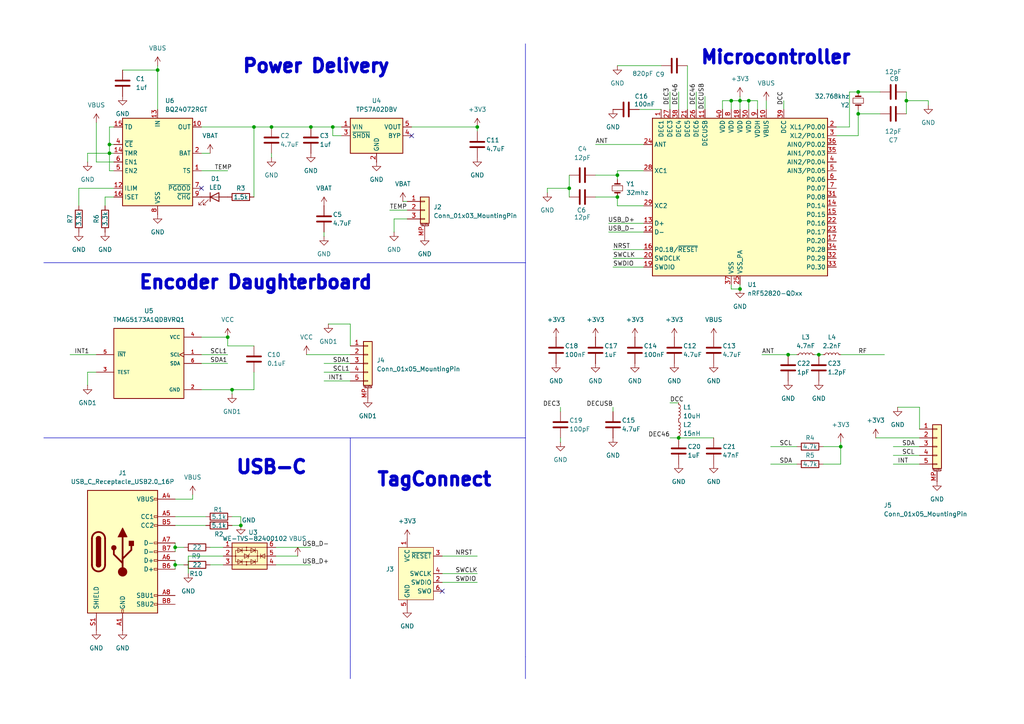
<source format=kicad_sch>
(kicad_sch (version 20250114) (generator "eeschema") (generator_version "9.0")
  (paper "A4")
  (text "Power Delivery" (at 91.694 19.304 0) (effects (font (size 3.81 3.81) (thickness 1.016) (bold yes))))
  (text "TagConnect\n" (at 125.984 139.192 0) (effects (font (size 3.81 3.81) (thickness 1.016) (bold yes))))
  (text "Microcontroller" (at 225.044 16.764 0) (effects (font (size 3.81 3.81) (thickness 1.016) (bold yes))))
  (text "USB-C" (at 78.74 135.636 0) (effects (font (size 3.81 3.81) (thickness 1.016) (bold yes))))
  (text "Encoder Daughterboard\n" (at 74.168 82.042 0) (effects (font (size 3.81 3.81) (thickness 1.016) (bold yes))))
  (junction (at 96.52 36.83))
  (junction (at 50.8 158.75))
  (junction (at 217.17 29.21))
  (junction (at 248.92 33.02))
  (junction (at 78.74 36.83))
  (junction (at 179.07 50.8))
  (junction (at 179.07 57.15))
  (junction (at 228.6 102.87))
  (junction (at 262.89 29.21))
  (junction (at 214.63 83.82))
  (junction (at 31.75 41.91))
  (junction (at 50.8 163.83))
  (junction (at 248.92 26.67))
  (junction (at 212.09 29.21))
  (junction (at 243.84 129.54))
  (junction (at 45.72 20.32))
  (junction (at 31.75 44.45))
  (junction (at 66.04 97.79))
  (junction (at 67.31 113.03))
  (junction (at 196.85 127))
  (junction (at 214.63 29.21))
  (junction (at 165.1 54.61))
  (junction (at 73.66 36.83))
  (junction (at 237.49 102.87))
  (junction (at 138.43 36.83))
  (junction (at 69.85 152.4))
  (junction (at 90.17 36.83))
  (no_connect (at 58.42 54.61))
  (no_connect (at 119.38 39.37))
  (no_connect (at 128.27 171.45))
  (wire (pts (xy 73.66 113.03) (xy 67.31 113.03)))
  (wire (pts (xy 266.7 118.11) (xy 260.35 118.11)))
  (wire (pts (xy 33.02 41.91) (xy 31.75 41.91)))
  (wire (pts (xy 177.8 77.47) (xy 186.69 77.47)))
  (wire (pts (xy 96.52 36.83) (xy 99.06 36.83)))
  (wire (pts (xy 58.42 105.41) (xy 66.04 105.41)))
  (wire (pts (xy 50.8 149.86) (xy 59.69 149.86)))
  (wire (pts (xy 248.92 33.02) (xy 255.27 33.02)))
  (wire (pts (xy 212.09 29.21) (xy 212.09 31.75)))
  (wire (pts (xy 138.43 38.1) (xy 138.43 36.83)))
  (wire (pts (xy 259.08 129.54) (xy 266.7 129.54)))
  (wire (pts (xy 238.76 134.62) (xy 243.84 134.62)))
  (wire (pts (xy 185.42 31.75) (xy 191.77 31.75)))
  (wire (pts (xy 201.93 26.67) (xy 201.93 31.75)))
  (wire (pts (xy 176.53 64.77) (xy 186.69 64.77)))
  (wire (pts (xy 99.06 39.37) (xy 96.52 39.37)))
  (wire (pts (xy 69.85 149.86) (xy 69.85 152.4)))
  (wire (pts (xy 73.66 57.15) (xy 73.66 36.83)))
  (wire (pts (xy 50.8 163.83) (xy 50.8 165.1)))
  (wire (pts (xy 177.8 119.38) (xy 177.8 118.11)))
  (wire (pts (xy 186.69 59.69) (xy 179.07 59.69)))
  (wire (pts (xy 179.07 52.07) (xy 179.07 50.8)))
  (polyline (pts (xy 152.4 127) (xy 152.4 76.2)))
  (wire (pts (xy 119.38 36.83) (xy 138.43 36.83)))
  (wire (pts (xy 50.8 162.56) (xy 50.8 163.83)))
  (wire (pts (xy 50.8 158.75) (xy 50.8 160.02)))
  (wire (pts (xy 231.14 102.87) (xy 228.6 102.87)))
  (wire (pts (xy 78.74 36.83) (xy 90.17 36.83)))
  (wire (pts (xy 248.92 31.75) (xy 248.92 33.02)))
  (wire (pts (xy 20.32 102.87) (xy 27.94 102.87)))
  (wire (pts (xy 33.02 57.15) (xy 30.48 57.15)))
  (wire (pts (xy 58.42 113.03) (xy 67.31 113.03)))
  (wire (pts (xy 243.84 102.87) (xy 256.54 102.87)))
  (polyline (pts (xy 101.6 190.5) (xy 101.6 127)))
  (wire (pts (xy 93.98 67.31) (xy 93.98 68.58)))
  (wire (pts (xy 269.24 30.48) (xy 269.24 29.21)))
  (wire (pts (xy 248.92 39.37) (xy 242.57 39.37)))
  (wire (pts (xy 50.8 152.4) (xy 59.69 152.4)))
  (wire (pts (xy 243.84 129.54) (xy 238.76 129.54)))
  (wire (pts (xy 217.17 31.75) (xy 217.17 29.21)))
  (wire (pts (xy 227.33 29.21) (xy 227.33 31.75)))
  (wire (pts (xy 73.66 107.95) (xy 73.66 113.03)))
  (wire (pts (xy 31.75 44.45) (xy 31.75 49.53)))
  (wire (pts (xy 219.71 31.75) (xy 219.71 29.21)))
  (wire (pts (xy 96.52 39.37) (xy 96.52 36.83)))
  (wire (pts (xy 58.42 36.83) (xy 73.66 36.83)))
  (wire (pts (xy 93.98 110.49) (xy 101.6 110.49)))
  (wire (pts (xy 118.11 63.5) (xy 114.3 63.5)))
  (wire (pts (xy 93.98 107.95) (xy 101.6 107.95)))
  (wire (pts (xy 223.52 134.62) (xy 231.14 134.62)))
  (wire (pts (xy 67.31 152.4) (xy 69.85 152.4)))
  (wire (pts (xy 60.96 158.75) (xy 64.77 158.75)))
  (wire (pts (xy 162.56 118.11) (xy 162.56 119.38)))
  (wire (pts (xy 177.8 72.39) (xy 186.69 72.39)))
  (wire (pts (xy 60.96 163.83) (xy 64.77 163.83)))
  (wire (pts (xy 259.08 132.08) (xy 266.7 132.08)))
  (wire (pts (xy 64.77 161.29) (xy 54.61 161.29)))
  (wire (pts (xy 248.92 33.02) (xy 248.92 39.37)))
  (wire (pts (xy 33.02 54.61) (xy 22.86 54.61)))
  (wire (pts (xy 25.4 107.95) (xy 25.4 111.76)))
  (wire (pts (xy 31.75 41.91) (xy 31.75 44.45)))
  (wire (pts (xy 80.01 161.29) (xy 86.36 161.29)))
  (wire (pts (xy 33.02 36.83) (xy 31.75 36.83)))
  (wire (pts (xy 58.42 97.79) (xy 66.04 97.79)))
  (wire (pts (xy 217.17 29.21) (xy 214.63 29.21)))
  (wire (pts (xy 212.09 29.21) (xy 214.63 29.21)))
  (wire (pts (xy 25.4 44.45) (xy 31.75 44.45)))
  (wire (pts (xy 101.6 93.98) (xy 95.25 93.98)))
  (wire (pts (xy 214.63 27.94) (xy 214.63 29.21)))
  (wire (pts (xy 204.47 27.94) (xy 204.47 31.75)))
  (wire (pts (xy 214.63 83.82) (xy 214.63 82.55)))
  (wire (pts (xy 27.94 107.95) (xy 25.4 107.95)))
  (wire (pts (xy 179.07 49.53) (xy 179.07 50.8)))
  (polyline (pts (xy 101.6 127) (xy 152.4 127)))
  (wire (pts (xy 50.8 163.83) (xy 53.34 163.83)))
  (wire (pts (xy 165.1 54.61) (xy 165.1 57.15)))
  (wire (pts (xy 212.09 83.82) (xy 214.63 83.82)))
  (wire (pts (xy 33.02 44.45) (xy 31.75 44.45)))
  (wire (pts (xy 67.31 113.03) (xy 67.31 114.3)))
  (wire (pts (xy 243.84 134.62) (xy 243.84 129.54)))
  (wire (pts (xy 55.88 144.78) (xy 50.8 144.78)))
  (wire (pts (xy 22.86 54.61) (xy 22.86 59.69)))
  (wire (pts (xy 196.85 127) (xy 207.01 127)))
  (wire (pts (xy 179.07 57.15) (xy 179.07 59.69)))
  (wire (pts (xy 88.9 102.87) (xy 101.6 102.87)))
  (wire (pts (xy 54.61 161.29) (xy 54.61 166.37)))
  (wire (pts (xy 254 127) (xy 266.7 127)))
  (wire (pts (xy 262.89 29.21) (xy 262.89 26.67)))
  (wire (pts (xy 246.38 26.67) (xy 248.92 26.67)))
  (wire (pts (xy 27.94 46.99) (xy 27.94 35.56)))
  (wire (pts (xy 58.42 49.53) (xy 66.04 49.53)))
  (wire (pts (xy 209.55 29.21) (xy 209.55 31.75)))
  (wire (pts (xy 214.63 31.75) (xy 214.63 29.21)))
  (wire (pts (xy 162.56 127) (xy 162.56 128.27)))
  (wire (pts (xy 73.66 36.83) (xy 78.74 36.83)))
  (wire (pts (xy 223.52 129.54) (xy 231.14 129.54)))
  (wire (pts (xy 73.66 100.33) (xy 66.04 100.33)))
  (wire (pts (xy 212.09 82.55) (xy 212.09 83.82)))
  (wire (pts (xy 255.27 26.67) (xy 248.92 26.67)))
  (wire (pts (xy 196.85 26.67) (xy 196.85 31.75)))
  (wire (pts (xy 35.56 20.32) (xy 45.72 20.32)))
  (wire (pts (xy 158.75 55.88) (xy 158.75 54.61)))
  (polyline (pts (xy 12.7 127) (xy 101.6 127)))
  (wire (pts (xy 58.42 44.45) (xy 60.96 44.45)))
  (wire (pts (xy 269.24 29.21) (xy 262.89 29.21)))
  (wire (pts (xy 114.3 63.5) (xy 114.3 67.31)))
  (wire (pts (xy 31.75 36.83) (xy 31.75 41.91)))
  (wire (pts (xy 158.75 54.61) (xy 165.1 54.61)))
  (wire (pts (xy 101.6 100.33) (xy 101.6 93.98)))
  (wire (pts (xy 236.22 102.87) (xy 237.49 102.87)))
  (wire (pts (xy 58.42 102.87) (xy 66.04 102.87)))
  (wire (pts (xy 80.01 158.75) (xy 90.17 158.75)))
  (wire (pts (xy 172.72 41.91) (xy 186.69 41.91)))
  (wire (pts (xy 50.8 157.48) (xy 50.8 158.75)))
  (wire (pts (xy 67.31 149.86) (xy 69.85 149.86)))
  (wire (pts (xy 266.7 124.46) (xy 266.7 118.11)))
  (polyline (pts (xy 101.6 190.5) (xy 101.6 196.85)))
  (wire (pts (xy 222.25 29.21) (xy 222.25 31.75)))
  (wire (pts (xy 128.27 168.91) (xy 138.43 168.91)))
  (wire (pts (xy 55.88 143.51) (xy 55.88 144.78)))
  (wire (pts (xy 165.1 50.8) (xy 165.1 54.61)))
  (wire (pts (xy 179.07 50.8) (xy 172.72 50.8)))
  (wire (pts (xy 128.27 166.37) (xy 138.43 166.37)))
  (wire (pts (xy 259.08 134.62) (xy 266.7 134.62)))
  (wire (pts (xy 33.02 46.99) (xy 27.94 46.99)))
  (wire (pts (xy 90.17 36.83) (xy 96.52 36.83)))
  (wire (pts (xy 33.02 49.53) (xy 31.75 49.53)))
  (wire (pts (xy 262.89 33.02) (xy 262.89 29.21)))
  (wire (pts (xy 25.4 46.99) (xy 25.4 44.45)))
  (wire (pts (xy 243.84 128.27) (xy 243.84 129.54)))
  (wire (pts (xy 45.72 19.05) (xy 45.72 20.32)))
  (wire (pts (xy 30.48 57.15) (xy 30.48 59.69)))
  (wire (pts (xy 128.27 161.29) (xy 138.43 161.29)))
  (wire (pts (xy 186.69 49.53) (xy 179.07 49.53)))
  (wire (pts (xy 220.98 102.87) (xy 228.6 102.87)))
  (polyline (pts (xy 12.7 76.2) (xy 152.4 76.2)))
  (wire (pts (xy 246.38 36.83) (xy 246.38 26.67)))
  (wire (pts (xy 194.31 26.67) (xy 194.31 31.75)))
  (polyline (pts (xy 152.4 190.5) (xy 152.4 196.85)))
  (wire (pts (xy 116.84 58.42) (xy 118.11 58.42)))
  (wire (pts (xy 78.74 44.45) (xy 78.74 45.72)))
  (wire (pts (xy 194.31 116.84) (xy 196.85 116.84)))
  (wire (pts (xy 176.53 67.31) (xy 186.69 67.31)))
  (wire (pts (xy 45.72 20.32) (xy 45.72 31.75)))
  (wire (pts (xy 199.39 19.05) (xy 199.39 31.75)))
  (wire (pts (xy 237.49 102.87) (xy 238.76 102.87)))
  (wire (pts (xy 66.04 100.33) (xy 66.04 97.79)))
  (wire (pts (xy 93.98 105.41) (xy 101.6 105.41)))
  (wire (pts (xy 212.09 29.21) (xy 209.55 29.21)))
  (wire (pts (xy 194.31 127) (xy 196.85 127)))
  (polyline (pts (xy 152.4 127) (xy 152.4 190.5)))
  (polyline (pts (xy 152.4 12.7) (xy 152.4 76.2)))
  (wire (pts (xy 113.03 60.96) (xy 118.11 60.96)))
  (wire (pts (xy 172.72 57.15) (xy 179.07 57.15)))
  (wire (pts (xy 219.71 29.21) (xy 217.17 29.21)))
  (wire (pts (xy 177.8 74.93) (xy 186.69 74.93)))
  (wire (pts (xy 50.8 158.75) (xy 53.34 158.75)))
  (wire (pts (xy 80.01 163.83) (xy 90.17 163.83)))
  (wire (pts (xy 242.57 36.83) (xy 246.38 36.83)))
  (wire (pts (xy 179.07 19.05) (xy 191.77 19.05)))
  (label "DEC46" (at 196.85 30.48 90))
  (label "SDA1" (at 96.52 105.41 0))
  (label "SCL1" (at 96.52 107.95 0))
  (label "SWCLK" (at 177.8 74.93 0))
  (label "USB_D-" (at 184.15 67.31 180))
  (label "DEC46" (at 194.31 127 180))
  (label "ANT" (at 220.98 102.87 0))
  (label "SCL1" (at 60.96 102.87 0))
  (label "TEMP" (at 62.23 49.53 0))
  (label "DEC3" (at 194.31 30.48 90))
  (label "USB_D+" (at 184.15 64.77 180))
  (label "SCL" (at 226.06 129.54 0))
  (label "DCC" (at 194.31 116.84 0))
  (label "SWCLK" (at 132.08 166.37 0))
  (label "INT" (at 260.35 134.62 0))
  (label "DEC46" (at 201.93 30.48 90))
  (label "SWDIO" (at 132.08 168.91 0))
  (label "SWDIO" (at 177.8 77.47 0))
  (label "DCC" (at 227.33 30.48 90))
  (label "SCL" (at 261.62 132.08 0))
  (label "ANT" (at 172.72 41.91 0))
  (label "DECUSB" (at 177.8 118.11 180))
  (label "DECUSB" (at 204.47 31.75 90))
  (label "INT1" (at 21.59 102.87 0))
  (label "DEC3" (at 162.56 118.11 180))
  (label "SDA" (at 261.62 129.54 0))
  (label "TEMP" (at 113.03 60.96 0))
  (label "USB_D-" (at 87.63 158.75 0))
  (label "NRST" (at 132.08 161.29 0))
  (label "NRST" (at 177.8 72.39 0))
  (label "SDA" (at 226.06 134.62 0))
  (label "SDA1" (at 60.96 105.41 0))
  (label "USB_D+" (at 87.63 163.83 0))
  (label "INT1" (at 95.25 110.49 0))
  (label "RF" (at 248.92 102.87 0))
  (symbol (lib_id "power:GND") (at 195.58 105.41 0) (unit 1)
    (property "Reference" "#PWR043" (effects (hide yes)))
    (property "Value" "GND" (at 195.58 110.49 0))
    (property "Description" "Power symbol creates a global label with name \"GND\" , ground" (effects (hide yes)))
  )
  (symbol (lib_id "power:VBUS") (at 55.88 143.51 0) (unit 1)
    (property "Reference" "#PWR01" (effects (hide yes)))
    (property "Value" "VBUS" (at 55.88 138.43 0))
    (property "Description" "Power symbol creates a global label with name \"VBUS\"" (effects (hide yes)))
  )
  (symbol (lib_id "power:+3V3") (at 118.11 156.21 0) (unit 1)
    (property "Reference" "#PWR019" (effects (hide yes)))
    (property "Value" "+3V3" (at 118.11 151.13 0))
    (property "Description" "Power symbol creates a global label with name \"+3V3\"" (effects (hide yes)))
  )
  (symbol (lib_id "Device:C") (at 78.74 40.64 0) (unit 1)
    (property "Reference" "C2" (at 81.28 39.37 0) (effects (justify left)))
    (property "Value" "4.7uF" (at 81.28 41.91 0) (effects (justify left)))
    (property "Footprint" "Capacitor_SMD:C_0402_1005Metric" (effects (hide yes)))
    (property "Description" "Unpolarized capacitor" (effects (hide yes)))
  )
  (symbol (lib_id "power:GND") (at 161.29 105.41 0) (unit 1)
    (property "Reference" "#PWR054" (effects (hide yes)))
    (property "Value" "GND" (at 161.29 110.49 0))
    (property "Description" "Power symbol creates a global label with name \"GND\" , ground" (effects (hide yes)))
  )
  (symbol (lib_id "power:GND") (at 158.75 55.88 0) (unit 1)
    (property "Reference" "#PWR022" (effects (hide yes)))
    (property "Value" "GND" (at 158.75 60.96 0))
    (property "Description" "Power symbol creates a global label with name \"GND\" , ground" (effects (hide yes)))
  )
  (symbol (lib_id "power:VCC") (at 207.01 97.79 0) (unit 1)
    (property "Reference" "#PWR044" (effects (hide yes)))
    (property "Value" "VBUS" (at 207.01 92.71 0))
    (property "Description" "Power symbol creates a global label with name \"VCC\"" (effects (hide yes)))
  )
  (symbol (lib_id "Device:C") (at 195.58 101.6 0) (unit 1)
    (property "Reference" "C12" (at 198.12 100.33 0) (effects (justify left)))
    (property "Value" "4.7uF" (at 198.12 102.87 0) (effects (justify left)))
    (property "Footprint" "Capacitor_SMD:C_0402_1005Metric" (effects (hide yes)))
    (property "Description" "Unpolarized capacitor" (effects (hide yes)))
  )
  (symbol (lib_id "power:GND") (at 25.4 46.99 0) (unit 1)
    (property "Reference" "#PWR035" (effects (hide yes)))
    (property "Value" "GND" (at 25.4 52.07 0))
    (property "Description" "Power symbol creates a global label with name \"GND\" , ground" (effects (hide yes)))
  )
  (symbol (lib_id "power:+3V3") (at 214.63 27.94 0) (unit 1)
    (property "Reference" "#PWR041" (effects (hide yes)))
    (property "Value" "+3V3" (at 214.63 22.86 0))
    (property "Description" "Power symbol creates a global label with name \"+3V3\"" (effects (hide yes)))
  )
  (symbol (lib_id "power:GND") (at 123.19 68.58 0) (unit 1)
    (property "Reference" "#PWR05" (effects (hide yes)))
    (property "Value" "GND" (at 123.19 73.66 0))
    (property "Description" "Power symbol creates a global label with name \"GND\" , ground" (effects (hide yes)))
  )
  (symbol (lib_id "Device:C") (at 177.8 123.19 0) (unit 1)
    (property "Reference" "C15" (at 180.34 121.92 0) (effects (justify left)))
    (property "Value" "4.7uF" (at 180.34 124.46 0) (effects (justify left)))
    (property "Footprint" "Capacitor_SMD:C_0402_1005Metric" (effects (hide yes)))
    (property "Description" "Unpolarized capacitor" (effects (hide yes)))
  )
  (symbol (lib_id "Connector:Conn_ARM_SWD_TagConnect_TC2030-NL") (at 120.65 166.37 0) (unit 1) (in_bom no)
    (property "Reference" "J3" (at 114.3 165.0999 0) (effects (justify right)))
    (property "Value" "Conn_ARM_SWD_TagConnect_TC2030-NL" (effects (hide yes)))
    (property "Footprint" "Connector:Tag-Connect_TC2030-IDC-NL_2x03_P1.27mm_Vertical" (effects (hide yes)))
    (property "Datasheet" "https://www.tag-connect.com/wp-content/uploads/bsk-pdf-manager/TC2030-CTX_1.pdf" (effects (hide yes)))
    (property "Description" "Tag-Connect ARM Cortex SWD JTAG connector, 6 pin, no legs" (effects (hide yes)))
  )
  (symbol (lib_id "power:VCC") (at 45.72 19.05 0) (unit 1)
    (property "Reference" "#PWR06" (effects (hide yes)))
    (property "Value" "VBUS" (at 45.72 13.97 0))
    (property "Description" "Power symbol creates a global label with name \"VCC\"" (effects (hide yes)))
  )
  (symbol (lib_id "power:+3V3") (at 195.58 97.79 0) (unit 1)
    (property "Reference" "#PWR042" (effects (hide yes)))
    (property "Value" "+3V3" (at 195.58 92.71 0))
    (property "Description" "Power symbol creates a global label with name \"+3V3\"" (effects (hide yes)))
  )
  (symbol (lib_id "power:GND") (at 69.85 152.4 0) (unit 1)
    (property "Reference" "#PWR02" (effects (hide yes)))
    (property "Value" "GND" (at 72.136 150.876 0))
    (property "Description" "Power symbol creates a global label with name \"GND\" , ground" (effects (hide yes)))
  )
  (symbol (lib_id "Device:R") (at 57.15 158.75 90) (unit 1)
    (property "Reference" "R9" (at 56.896 161.29 90))
    (property "Value" "22" (at 57.15 158.75 90))
    (property "Footprint" "Resistor_SMD:R_0402_1005Metric" (effects (hide yes)))
    (property "Description" "Resistor" (effects (hide yes)))
  )
  (symbol (lib_id "power:GND") (at 228.6 110.49 0) (unit 1)
    (property "Reference" "#PWR058" (effects (hide yes)))
    (property "Value" "GND" (at 228.6 115.57 0))
    (property "Description" "Power symbol creates a global label with name \"GND\" , ground" (effects (hide yes)))
  )
  (symbol (lib_id "power:+3V3") (at 243.84 128.27 0) (unit 1)
    (property "Reference" "#PWR028" (effects (hide yes)))
    (property "Value" "+3V3" (at 243.84 123.19 0))
    (property "Description" "Power symbol creates a global label with name \"+3V3\"" (effects (hide yes)))
  )
  (symbol (lib_id "Battery_Management:BQ24072RGT") (at 45.72 46.99 0) (unit 1)
    (property "Reference" "U6" (at 47.8633 29.21 0) (effects (justify left)))
    (property "Value" "BQ24072RGT" (at 47.8633 31.75 0) (effects (justify left)))
    (property "Footprint" "Package_DFN_QFN:VQFN-16-1EP_3x3mm_P0.5mm_EP1.6x1.6mm" (effects (hide yes)))
    (property "Datasheet" "http://www.ti.com/lit/ds/symlink/bq24072.pdf" (effects (hide yes)))
    (property "Description" "USB-Friendly Li-Ion Battery Charger and Power-Path Management, VQFN-16" (effects (hide yes)))
  )
  (symbol (lib_id "Device:L_Small") (at 196.85 124.46 0) (unit 1)
    (property "Reference" "L2" (at 198.12 123.1899 0) (effects (justify left)))
    (property "Value" "15nH" (at 198.12 125.7299 0) (effects (justify left)))
    (property "Footprint" "Inductor_SMD:L_0402_1005Metric" (effects (hide yes)))
    (property "Description" "Inductor, small symbol" (effects (hide yes)))
  )
  (symbol (lib_id "power:+3V3") (at 172.72 97.79 0) (unit 1)
    (property "Reference" "#PWR051" (effects (hide yes)))
    (property "Value" "+3V3" (at 172.72 92.71 0))
    (property "Description" "Power symbol creates a global label with name \"+3V3\"" (effects (hide yes)))
  )
  (symbol (lib_id "power:GND") (at 237.49 110.49 0) (unit 1)
    (property "Reference" "#PWR059" (effects (hide yes)))
    (property "Value" "GND" (at 237.49 115.57 0))
    (property "Description" "Power symbol creates a global label with name \"GND\" , ground" (effects (hide yes)))
  )
  (symbol (lib_id "Device:C") (at 259.08 26.67 270) (unit 1)
    (property "Reference" "C8" (at 259.334 22.86 90))
    (property "Value" "12pF" (at 259.08 20.828 90))
    (property "Footprint" "Capacitor_SMD:C_0402_1005Metric" (effects (hide yes)))
    (property "Description" "Unpolarized capacitor" (effects (hide yes)))
  )
  (symbol (lib_id "Power_Protection:WE-TVS-82400102") (at 72.39 161.29 0) (unit 1)
    (property "Reference" "U3" (at 73.406 154.432 0))
    (property "Value" "WE-TVS-82400102" (at 73.914 156.21 0))
    (property "Footprint" "Package_TO_SOT_SMD:SOT-23-6" (effects (hide yes)))
    (property "Datasheet" "https://www.we-online.com/components/products/datasheet/82400102.pdf" (effects (hide yes)))
    (property "Description" "Low Capacitance TVS Diode Array, 2 Channels, SOT-23-6" (effects (hide yes)))
  )
  (symbol (lib_id "power:GND") (at 177.8 127 0) (unit 1)
    (property "Reference" "#PWR049" (effects (hide yes)))
    (property "Value" "GND" (at 177.8 132.08 0))
    (property "Description" "Power symbol creates a global label with name \"GND\" , ground" (effects (hide yes)))
  )
  (symbol (lib_id "power:VBUS") (at 86.36 161.29 0) (unit 1)
    (property "Reference" "#PWR017" (effects (hide yes)))
    (property "Value" "VBUS" (at 86.36 156.21 0))
    (property "Description" "Power symbol creates a global label with name \"VBUS\"" (effects (hide yes)))
  )
  (symbol (lib_id "power:VCC") (at 60.96 44.45 0) (unit 1)
    (property "Reference" "#PWR036" (effects (hide yes)))
    (property "Value" "VBAT" (at 60.96 39.37 0))
    (property "Description" "Power symbol creates a global label with name \"VCC\"" (effects (hide yes)))
  )
  (symbol (lib_id "Device:C") (at 181.61 31.75 90) (unit 1)
    (property "Reference" "C16" (at 187.96 27.94 90) (effects (justify left)))
    (property "Value" "100nF" (at 189.992 30.226 90) (effects (justify left)))
    (property "Footprint" "Capacitor_SMD:C_0402_1005Metric" (effects (hide yes)))
    (property "Description" "Unpolarized capacitor" (effects (hide yes)))
  )
  (symbol (lib_id "Device:C") (at 93.98 63.5 0) (unit 1)
    (property "Reference" "C5" (at 96.52 62.23 0) (effects (justify left)))
    (property "Value" "4.7uF" (at 96.52 64.77 0) (effects (justify left)))
    (property "Footprint" "Capacitor_SMD:C_0402_1005Metric" (effects (hide yes)))
    (property "Description" "Unpolarized capacitor" (effects (hide yes)))
  )
  (symbol (lib_id "power:GND") (at 118.11 176.53 0) (unit 1)
    (property "Reference" "#PWR021" (effects (hide yes)))
    (property "Value" "GND" (at 118.11 181.61 0))
    (property "Description" "Power symbol creates a global label with name \"GND\" , ground" (effects (hide yes)))
  )
  (symbol (lib_id "power:GND1") (at 95.25 93.98 0) (unit 1)
    (property "Reference" "#PWR031" (effects (hide yes)))
    (property "Value" "GND1" (at 95.25 99.06 0))
    (property "Description" "Power symbol creates a global label with name \"GND1\" , ground" (effects (hide yes)))
  )
  (symbol (lib_id "Device:C") (at 73.66 104.14 0) (unit 1)
    (property "Reference" "C10" (at 77.47 102.8699 0) (effects (justify left)))
    (property "Value" "0.1uF" (at 77.47 105.4099 0) (effects (justify left)))
    (property "Footprint" "Capacitor_SMD:C_0402_1005Metric" (effects (hide yes)))
    (property "Description" "Unpolarized capacitor" (effects (hide yes)))
  )
  (symbol (lib_id "power:GND") (at 214.63 83.82 0) (unit 1)
    (property "Reference" "#PWR020" (effects (hide yes)))
    (property "Value" "GND" (at 214.63 88.9 0))
    (property "Description" "Power symbol creates a global label with name \"GND\" , ground" (effects (hide yes)))
  )
  (symbol (lib_id "power:GND") (at 269.24 30.48 0) (unit 1)
    (property "Reference" "#PWR023" (effects (hide yes)))
    (property "Value" "GND" (at 269.24 35.56 0))
    (property "Description" "Power symbol creates a global label with name \"GND\" , ground" (effects (hide yes)))
  )
  (symbol (lib_id "power:VCC") (at 27.94 35.56 0) (unit 1)
    (property "Reference" "#PWR037" (effects (hide yes)))
    (property "Value" "VBUS" (at 27.94 30.48 0))
    (property "Description" "Power symbol creates a global label with name \"VCC\"" (effects (hide yes)))
  )
  (symbol (lib_id "Device:R") (at 63.5 152.4 90) (unit 1)
    (property "Reference" "R2" (at 63.5 154.94 90))
    (property "Value" "5.1k" (at 63.5 152.4 90))
    (property "Footprint" "Resistor_SMD:R_0402_1005Metric" (effects (hide yes)))
    (property "Description" "Resistor" (effects (hide yes)))
  )
  (symbol (lib_id "Connector_Generic_MountingPin:Conn_01x05_MountingPin") (at 271.78 129.54 0) (unit 1)
    (property "Reference" "J5" (at 256.286 146.558 0) (effects (justify left)))
    (property "Value" "Conn_01x05_MountingPin" (at 256.286 149.098 0) (effects (justify left)))
    (property "Footprint" "Connector_JST:JST_SH_SM05B-SRSS-TB_1x05-1MP_P1.00mm_Horizontal" (effects (hide yes)))
    (property "Description" "Generic connectable mounting pin connector, single row, 01x05, script generated (kicad-library-utils/schlib/autogen/connector/)" (effects (hide yes)))
  )
  (symbol (lib_id "power:GND") (at 207.01 134.62 0) (unit 1)
    (property "Reference" "#PWR057" (effects (hide yes)))
    (property "Value" "GND" (at 207.01 139.7 0))
    (property "Description" "Power symbol creates a global label with name \"GND\" , ground" (effects (hide yes)))
  )
  (symbol (lib_id "Device:C") (at 195.58 19.05 90) (unit 1)
    (property "Reference" "C9" (at 192.786 21.59 90) (effects (justify left)))
    (property "Value" "820pF" (at 189.484 21.336 90) (effects (justify left)))
    (property "Footprint" "Capacitor_SMD:C_0402_1005Metric" (effects (hide yes)))
    (property "Description" "Unpolarized capacitor" (effects (hide yes)))
  )
  (symbol (lib_id "power:VCC") (at 116.84 58.42 0) (unit 1)
    (property "Reference" "#PWR039" (effects (hide yes)))
    (property "Value" "VBAT" (at 116.84 53.34 0))
    (property "Description" "Power symbol creates a global label with name \"VCC\"" (effects (hide yes)))
  )
  (symbol (lib_id "Device:R") (at 22.86 63.5 0) (unit 1)
    (property "Reference" "R7" (at 20.32 63.5 90))
    (property "Value" "3.3k" (at 22.86 63.5 90))
    (property "Footprint" "Resistor_SMD:R_0402_1005Metric" (effects (hide yes)))
    (property "Description" "Resistor" (effects (hide yes)))
  )
  (symbol (lib_id "Device:R") (at 234.95 134.62 270) (unit 1)
    (property "Reference" "R5" (at 234.95 132.08 90))
    (property "Value" "4.7k" (at 234.95 134.62 90))
    (property "Footprint" "Resistor_SMD:R_0402_1005Metric" (effects (hide yes)))
    (property "Description" "Resistor" (effects (hide yes)))
  )
  (symbol (lib_id "Device:C") (at 168.91 57.15 90) (unit 1)
    (property "Reference" "C6" (at 168.656 60.96 90))
    (property "Value" "12pF" (at 168.91 62.992 90))
    (property "Footprint" "Capacitor_SMD:C_0402_1005Metric" (effects (hide yes)))
    (property "Description" "Unpolarized capacitor" (effects (hide yes)))
  )
  (symbol (lib_id "Device:C") (at 90.17 40.64 0) (unit 1)
    (property "Reference" "C3" (at 92.71 39.37 0) (effects (justify left)))
    (property "Value" "1uf" (at 92.71 41.91 0) (effects (justify left)))
    (property "Footprint" "Capacitor_SMD:C_0402_1005Metric" (effects (hide yes)))
    (property "Description" "Unpolarized capacitor" (effects (hide yes)))
  )
  (symbol (lib_id "Device:C") (at 237.49 106.68 0) (unit 1)
    (property "Reference" "C23" (at 240.03 105.41 0) (effects (justify left)))
    (property "Value" "1.2pF" (at 240.03 107.95 0) (effects (justify left)))
    (property "Footprint" "Capacitor_SMD:C_0402_1005Metric" (effects (hide yes)))
    (property "Description" "Unpolarized capacitor" (effects (hide yes)))
  )
  (symbol (lib_id "Device:C") (at 228.6 106.68 0) (unit 1)
    (property "Reference" "C22" (at 231.14 105.41 0) (effects (justify left)))
    (property "Value" "1pF" (at 231.14 107.95 0) (effects (justify left)))
    (property "Footprint" "Capacitor_SMD:C_0402_1005Metric" (effects (hide yes)))
    (property "Description" "Unpolarized capacitor" (effects (hide yes)))
  )
  (symbol (lib_id "power:VCC") (at 66.04 97.79 0) (unit 1)
    (property "Reference" "#PWR026" (effects (hide yes)))
    (property "Value" "VCC" (at 66.04 92.71 0))
    (property "Description" "Power symbol creates a global label with name \"VCC\"" (effects (hide yes)))
  )
  (symbol (lib_id "power:+3V3") (at 254 127 0) (unit 1)
    (property "Reference" "#PWR032" (effects (hide yes)))
    (property "Value" "+3V3" (at 254 121.92 0))
    (property "Description" "Power symbol creates a global label with name \"+3V3\"" (effects (hide yes)))
  )
  (symbol (lib_id "power:+3V3") (at 161.29 97.79 0) (unit 1)
    (property "Reference" "#PWR053" (effects (hide yes)))
    (property "Value" "+3V3" (at 161.29 92.71 0))
    (property "Description" "Power symbol creates a global label with name \"+3V3\"" (effects (hide yes)))
  )
  (symbol (lib_id "power:GND") (at 35.56 182.88 0) (unit 1)
    (property "Reference" "#PWR03" (effects (hide yes)))
    (property "Value" "GND" (at 35.56 187.96 0))
    (property "Description" "Power symbol creates a global label with name \"GND\" , ground" (effects (hide yes)))
  )
  (symbol (lib_id "Device:C") (at 207.01 130.81 0) (unit 1)
    (property "Reference" "C21" (at 209.55 129.54 0) (effects (justify left)))
    (property "Value" "47nF" (at 209.55 132.08 0) (effects (justify left)))
    (property "Footprint" "Capacitor_SMD:C_0402_1005Metric" (effects (hide yes)))
    (property "Description" "Unpolarized capacitor" (effects (hide yes)))
  )
  (symbol (lib_id "power:GND1") (at 106.68 115.57 0) (unit 1)
    (property "Reference" "#PWR029" (effects (hide yes)))
    (property "Value" "GND1" (at 106.68 120.65 0))
    (property "Description" "Power symbol creates a global label with name \"GND1\" , ground" (effects (hide yes)))
  )
  (symbol (lib_id "Device:R") (at 69.85 57.15 270) (unit 1)
    (property "Reference" "R3" (at 69.85 54.61 90))
    (property "Value" "1.5k" (at 69.85 57.15 90))
    (property "Footprint" "Resistor_SMD:R_0402_1005Metric" (effects (hide yes)))
    (property "Description" "Resistor" (effects (hide yes)))
  )
  (symbol (lib_id "power:GND1") (at 67.31 114.3 0) (unit 1)
    (property "Reference" "#PWR025" (effects (hide yes)))
    (property "Value" "GND1" (at 67.31 119.38 0))
    (property "Description" "Power symbol creates a global label with name \"GND1\" , ground" (effects (hide yes)))
  )
  (symbol (lib_id "Device:R") (at 234.95 129.54 270) (unit 1)
    (property "Reference" "R4" (at 234.95 127 90))
    (property "Value" "4.7k" (at 234.95 129.54 90))
    (property "Footprint" "Resistor_SMD:R_0402_1005Metric" (effects (hide yes)))
    (property "Description" "Resistor" (effects (hide yes)))
  )
  (symbol (lib_id "Device:R") (at 63.5 149.86 90) (unit 1)
    (property "Reference" "R1" (at 63.246 147.828 90))
    (property "Value" "5.1k" (at 63.5 149.86 90))
    (property "Footprint" "Resistor_SMD:R_0402_1005Metric" (effects (hide yes)))
    (property "Description" "Resistor" (effects (hide yes)))
  )
  (symbol (lib_id "power:VCC") (at 88.9 102.87 0) (unit 1)
    (property "Reference" "#PWR030" (effects (hide yes)))
    (property "Value" "VCC" (at 88.9 97.79 0))
    (property "Description" "Power symbol creates a global label with name \"VCC\"" (effects (hide yes)))
  )
  (symbol (lib_id "power:GND") (at 93.98 68.58 0) (unit 1)
    (property "Reference" "#PWR08" (effects (hide yes)))
    (property "Value" "GND" (at 93.98 73.66 0))
    (property "Description" "Power symbol creates a global label with name \"GND\" , ground" (effects (hide yes)))
  )
  (symbol (lib_id "power:GND") (at 184.15 105.41 0) (unit 1)
    (property "Reference" "#PWR048" (effects (hide yes)))
    (property "Value" "GND" (at 184.15 110.49 0))
    (property "Description" "Power symbol creates a global label with name \"GND\" , ground" (effects (hide yes)))
  )
  (symbol (lib_id "Device:Crystal_Small") (at 248.92 29.21 270) (unit 1)
    (property "Reference" "Y2" (at 246.38 30.4801 90) (effects (justify right)))
    (property "Value" "32.768khz" (at 246.38 27.9401 90) (effects (justify right)))
    (property "Footprint" "Crystal:Crystal_SMD_2012-2Pin_2.0x1.2mm" (effects (hide yes)))
    (property "Description" "Two pin crystal, small symbol" (effects (hide yes)))
  )
  (symbol (lib_id "Connector_Generic_MountingPin:Conn_01x05_MountingPin") (at 106.68 105.41 0) (unit 1)
    (property "Reference" "J4" (at 109.22 104.4955 0) (effects (justify left)))
    (property "Value" "Conn_01x05_MountingPin" (at 109.22 107.0355 0) (effects (justify left)))
    (property "Footprint" "Connector_JST:JST_SH_SM05B-SRSS-TB_1x05-1MP_P1.00mm_Horizontal" (effects (hide yes)))
    (property "Description" "Generic connectable mounting pin connector, single row, 01x05, script generated (kicad-library-utils/schlib/autogen/connector/)" (effects (hide yes)))
  )
  (symbol (lib_id "Regulator_Linear:LT1761-3.3") (at 109.22 39.37 0) (unit 1)
    (property "Reference" "U4" (at 109.22 29.21 0))
    (property "Value" "TPS7A02DBV" (at 109.22 31.75 0))
    (property "Footprint" "Package_TO_SOT_SMD:TSOT-23-5" (effects (hide yes)))
    (property "Datasheet" "https://www.analog.com/media/en/technical-documentation/data-sheets/1761sff.pdf" (effects (hide yes)))
    (property "Description" "MICROPOWER Low Noise 3.3V 100mA LDO regulator, TSOT-23-5" (effects (hide yes)))
  )
  (symbol (lib_id "Device:C") (at 196.85 130.81 0) (unit 1)
    (property "Reference" "C20" (at 199.39 129.54 0) (effects (justify left)))
    (property "Value" "1uF" (at 199.39 132.08 0) (effects (justify left)))
    (property "Footprint" "Capacitor_SMD:C_0402_1005Metric" (effects (hide yes)))
    (property "Description" "Unpolarized capacitor" (effects (hide yes)))
  )
  (symbol (lib_id "MCU_Nordic:nRF52820-QDxx") (at 214.63 57.15 0) (unit 1)
    (property "Reference" "U1" (at 216.7733 82.55 0) (effects (justify left)))
    (property "Value" "nRF52820-QDxx" (at 216.7733 85.09 0) (effects (justify left)))
    (property "Footprint" "Package_DFN_QFN:QFN-40-1EP_5x5mm_P0.4mm_EP3.6x3.6mm" (effects (hide yes)))
    (property "Datasheet" "https://infocenter.nordicsemi.com/pdf/nRF52820_PS_v1.0.pdf" (effects (hide yes)))
    (property "Description" "Multiprotocol BLE/ANT/2.4 GHz/802.15.4 Cortex-M4 SoC, QFN-40" (effects (hide yes)))
  )
  (symbol (lib_id "power:GND") (at 260.35 118.11 0) (unit 1)
    (property "Reference" "#PWR033" (effects (hide yes)))
    (property "Value" "GND" (at 260.35 123.19 0))
    (property "Description" "Power symbol creates a global label with name \"GND\" , ground" (effects (hide yes)))
  )
  (symbol (lib_id "Device:L_Small") (at 233.68 102.87 90) (unit 1)
    (property "Reference" "L3" (at 233.68 97.79 90))
    (property "Value" "4.7nF" (at 233.68 100.33 90))
    (property "Footprint" "Inductor_SMD:L_0402_1005Metric" (effects (hide yes)))
    (property "Description" "Inductor, small symbol" (effects (hide yes)))
  )
  (symbol (lib_id "Device:LED") (at 62.23 57.15 0) (unit 1)
    (property "Reference" "D1" (at 62.484 51.816 0))
    (property "Value" "LED" (at 62.484 54.356 0))
    (property "Footprint" "LED_SMD:LED_0402_1005Metric" (effects (hide yes)))
    (property "Description" "Light emitting diode" (effects (hide yes)))
    (property "Sim.Pins" "1=K 2=A" (effects (hide yes)))
  )
  (symbol (lib_id "Device:L_Small") (at 196.85 119.38 0) (unit 1)
    (property "Reference" "L1" (at 198.12 118.1099 0) (effects (justify left)))
    (property "Value" "10uH" (at 198.12 120.6499 0) (effects (justify left)))
    (property "Footprint" "Inductor_SMD:L_0402_1005Metric" (effects (hide yes)))
    (property "Description" "Inductor, small symbol" (effects (hide yes)))
  )
  (symbol (lib_id "power:GND") (at 271.78 139.7 0) (unit 1)
    (property "Reference" "#PWR034" (effects (hide yes)))
    (property "Value" "GND" (at 271.78 144.78 0))
    (property "Description" "Power symbol creates a global label with name \"GND\" , ground" (effects (hide yes)))
  )
  (symbol (lib_id "power:GND") (at 179.07 19.05 0) (unit 1)
    (property "Reference" "#PWR024" (effects (hide yes)))
    (property "Value" "GND" (at 179.07 24.13 0))
    (property "Description" "Power symbol creates a global label with name \"GND\" , ground" (effects (hide yes)))
  )
  (symbol (lib_id "power:GND1") (at 25.4 111.76 0) (unit 1)
    (property "Reference" "#PWR027" (effects (hide yes)))
    (property "Value" "GND1" (at 25.4 116.84 0))
    (property "Description" "Power symbol creates a global label with name \"GND1\" , ground" (effects (hide yes)))
  )
  (symbol (lib_id "power:GND") (at 27.94 182.88 0) (unit 1)
    (property "Reference" "#PWR04" (effects (hide yes)))
    (property "Value" "GND" (at 27.94 187.96 0))
    (property "Description" "Power symbol creates a global label with name \"GND\" , ground" (effects (hide yes)))
  )
  (symbol (lib_id "Device:R") (at 57.15 163.83 90) (unit 1)
    (property "Reference" "R10" (at 56.896 166.37 90))
    (property "Value" "22" (at 57.15 163.83 90))
    (property "Footprint" "Resistor_SMD:R_0402_1005Metric" (effects (hide yes)))
    (property "Description" "Resistor" (effects (hide yes)))
  )
  (symbol (lib_id "Device:C") (at 172.72 101.6 0) (unit 1)
    (property "Reference" "C17" (at 175.26 100.33 0) (effects (justify left)))
    (property "Value" "1uF" (at 175.26 102.87 0) (effects (justify left)))
    (property "Footprint" "Capacitor_SMD:C_0402_1005Metric" (effects (hide yes)))
    (property "Description" "Unpolarized capacitor" (effects (hide yes)))
  )
  (symbol (lib_id "Device:C") (at 162.56 123.19 0) (unit 1)
    (property "Reference" "C19" (at 165.1 121.92 0) (effects (justify left)))
    (property "Value" "100pF" (at 165.1 124.46 0) (effects (justify left)))
    (property "Footprint" "Capacitor_SMD:C_0402_1005Metric" (effects (hide yes)))
    (property "Description" "Unpolarized capacitor" (effects (hide yes)))
  )
  (symbol (lib_id "FCU2025:TMAG5173A1QDBVRQ1") (at 43.18 105.41 0) (unit 1)
    (property "Reference" "U5" (at 43.18 90.17 0))
    (property "Value" "TMAG5173A1QDBVRQ1" (at 43.18 92.71 0))
    (property "Footprint" "Package_TO_SOT_SMD:SOT-23-6" (effects (hide yes)))
    (property "PARTREV" "A" (effects (hide yes)))
    (property "MANUFACTURER" "Texas Instruments" (effects (hide yes)))
    (property "MAXIMUM_PACKAGE_HEIGHT" "1.45 mm" (effects (hide yes)))
    (property "STANDARD" "IPC-7351B" (effects (hide yes)))
  )
  (symbol (lib_id "power:GND") (at 138.43 45.72 0) (unit 1)
    (property "Reference" "#PWR016" (effects (hide yes)))
    (property "Value" "GND" (at 138.43 50.8 0))
    (property "Description" "Power symbol creates a global label with name \"GND\" , ground" (effects (hide yes)))
  )
  (symbol (lib_id "power:+3V3") (at 184.15 97.79 0) (unit 1)
    (property "Reference" "#PWR047" (effects (hide yes)))
    (property "Value" "+3V3" (at 184.15 92.71 0))
    (property "Description" "Power symbol creates a global label with name \"+3V3\"" (effects (hide yes)))
  )
  (symbol (lib_id "power:VCC") (at 222.25 29.21 0) (unit 1)
    (property "Reference" "#PWR046" (effects (hide yes)))
    (property "Value" "VBUS" (at 222.25 24.13 0))
    (property "Description" "Power symbol creates a global label with name \"VCC\"" (effects (hide yes)))
  )
  (symbol (lib_id "Device:L_Small") (at 241.3 102.87 90) (unit 1)
    (property "Reference" "L4" (at 241.3 97.79 90))
    (property "Value" "2.2nF" (at 241.3 100.33 90))
    (property "Footprint" "Inductor_SMD:L_0402_1005Metric" (effects (hide yes)))
    (property "Description" "Inductor, small symbol" (effects (hide yes)))
  )
  (symbol (lib_id "Device:C") (at 35.56 24.13 0) (unit 1)
    (property "Reference" "C1" (at 39.37 22.8599 0) (effects (justify left)))
    (property "Value" "1uf" (at 39.37 25.3999 0) (effects (justify left)))
    (property "Footprint" "Capacitor_SMD:C_0402_1005Metric" (effects (hide yes)))
    (property "Description" "Unpolarized capacitor" (effects (hide yes)))
  )
  (symbol (lib_id "power:GND") (at 109.22 46.99 0) (unit 1)
    (property "Reference" "#PWR015" (effects (hide yes)))
    (property "Value" "GND" (at 109.22 52.07 0))
    (property "Description" "Power symbol creates a global label with name \"GND\" , ground" (effects (hide yes)))
  )
  (symbol (lib_id "power:GND") (at 177.8 31.75 0) (unit 1)
    (property "Reference" "#PWR050" (effects (hide yes)))
    (property "Value" "GND" (at 177.8 36.83 0))
    (property "Description" "Power symbol creates a global label with name \"GND\" , ground" (effects (hide yes)))
  )
  (symbol (lib_id "power:GND") (at 45.72 62.23 0) (unit 1)
    (property "Reference" "#PWR012" (effects (hide yes)))
    (property "Value" "GND" (at 45.72 67.31 0))
    (property "Description" "Power symbol creates a global label with name \"GND\" , ground" (effects (hide yes)))
  )
  (symbol (lib_id "power:GND") (at 22.86 67.31 0) (unit 1)
    (property "Reference" "#PWR038" (effects (hide yes)))
    (property "Value" "GND" (at 22.86 72.39 0))
    (property "Description" "Power symbol creates a global label with name \"GND\" , ground" (effects (hide yes)))
  )
  (symbol (lib_id "Device:R") (at 30.48 63.5 0) (unit 1)
    (property "Reference" "R6" (at 27.94 63.5 90))
    (property "Value" "3.3k" (at 30.48 63.5 90))
    (property "Footprint" "Resistor_SMD:R_0402_1005Metric" (effects (hide yes)))
    (property "Description" "Resistor" (effects (hide yes)))
  )
  (symbol (lib_id "power:+3V3") (at 138.43 36.83 0) (unit 1)
    (property "Reference" "#PWR018" (effects (hide yes)))
    (property "Value" "+3V3" (at 138.43 31.75 0))
    (property "Description" "Power symbol creates a global label with name \"+3V3\"" (effects (hide yes)))
  )
  (symbol (lib_id "power:GND") (at 196.85 134.62 0) (unit 1)
    (property "Reference" "#PWR056" (effects (hide yes)))
    (property "Value" "GND" (at 196.85 139.7 0))
    (property "Description" "Power symbol creates a global label with name \"GND\" , ground" (effects (hide yes)))
  )
  (symbol (lib_id "Device:C") (at 161.29 101.6 0) (unit 1)
    (property "Reference" "C18" (at 163.83 100.33 0) (effects (justify left)))
    (property "Value" "100nF" (at 163.83 102.87 0) (effects (justify left)))
    (property "Footprint" "Capacitor_SMD:C_0402_1005Metric" (effects (hide yes)))
    (property "Description" "Unpolarized capacitor" (effects (hide yes)))
  )
  (symbol (lib_id "power:GND") (at 90.17 44.45 0) (unit 1)
    (property "Reference" "#PWR014" (effects (hide yes)))
    (property "Value" "GND" (at 90.17 49.53 0))
    (property "Description" "Power symbol creates a global label with name \"GND\" , ground" (effects (hide yes)))
  )
  (symbol (lib_id "Connector_Generic_MountingPin:Conn_01x03_MountingPin") (at 123.19 60.96 0) (unit 1)
    (property "Reference" "J2" (at 125.73 60.0455 0) (effects (justify left)))
    (property "Value" "Conn_01x03_MountingPin" (at 125.73 62.5855 0) (effects (justify left)))
    (property "Footprint" "Connector_JST:JST_SH_SM03B-SRSS-TB_1x03-1MP_P1.00mm_Horizontal" (effects (hide yes)))
    (property "Description" "Generic connectable mounting pin connector, single row, 01x03, script generated (kicad-library-utils/schlib/autogen/connector/)" (effects (hide yes)))
  )
  (symbol (lib_id "power:VCC") (at 93.98 59.69 0) (unit 1)
    (property "Reference" "#PWR010" (effects (hide yes)))
    (property "Value" "VBAT" (at 93.98 54.61 0))
    (property "Description" "Power symbol creates a global label with name \"VCC\"" (effects (hide yes)))
  )
  (symbol (lib_id "Device:C") (at 138.43 41.91 0) (unit 1)
    (property "Reference" "C11" (at 140.97 40.64 0) (effects (justify left)))
    (property "Value" "4.7uF" (at 140.97 43.18 0) (effects (justify left)))
    (property "Footprint" "Capacitor_SMD:C_0402_1005Metric" (effects (hide yes)))
    (property "Description" "Unpolarized capacitor" (effects (hide yes)))
  )
  (symbol (lib_id "Device:C") (at 207.01 101.6 0) (unit 1)
    (property "Reference" "C13" (at 209.55 100.33 0) (effects (justify left)))
    (property "Value" "4.7uF" (at 209.55 102.87 0) (effects (justify left)))
    (property "Footprint" "Capacitor_SMD:C_0402_1005Metric" (effects (hide yes)))
    (property "Description" "Unpolarized capacitor" (effects (hide yes)))
  )
  (symbol (lib_id "power:GND") (at 30.48 67.31 0) (unit 1)
    (property "Reference" "#PWR013" (effects (hide yes)))
    (property "Value" "GND" (at 30.48 72.39 0))
    (property "Description" "Power symbol creates a global label with name \"GND\" , ground" (effects (hide yes)))
  )
  (symbol (lib_id "Device:C") (at 168.91 50.8 90) (unit 1)
    (property "Reference" "C4" (at 168.91 43.18 90))
    (property "Value" "12pF" (at 168.91 45.72 90))
    (property "Footprint" "Capacitor_SMD:C_0402_1005Metric" (effects (hide yes)))
    (property "Description" "Unpolarized capacitor" (effects (hide yes)))
  )
  (symbol (lib_id "power:GND") (at 35.56 27.94 0) (unit 1)
    (property "Reference" "#PWR07" (effects (hide yes)))
    (property "Value" "GND" (at 35.56 33.02 0))
    (property "Description" "Power symbol creates a global label with name \"GND\" , ground" (effects (hide yes)))
  )
  (symbol (lib_id "power:GND") (at 54.61 166.37 0) (unit 1)
    (property "Reference" "#PWR09" (effects (hide yes)))
    (property "Value" "GND" (at 54.61 171.45 0))
    (property "Description" "Power symbol creates a global label with name \"GND\" , ground" (effects (hide yes)))
  )
  (symbol (lib_id "power:GND") (at 207.01 105.41 0) (unit 1)
    (property "Reference" "#PWR045" (effects (hide yes)))
    (property "Value" "GND" (at 207.01 110.49 0))
    (property "Description" "Power symbol creates a global label with name \"GND\" , ground" (effects (hide yes)))
  )
  (symbol (lib_id "Device:Crystal_Small") (at 179.07 54.61 90) (unit 1)
    (property "Reference" "Y1" (at 181.61 53.3399 90) (effects (justify right)))
    (property "Value" "32mhz" (at 181.61 55.8799 90) (effects (justify right)))
    (property "Footprint" "Crystal:Crystal_SMD_2012-2Pin_2.0x1.2mm" (effects (hide yes)))
    (property "Description" "Two pin crystal, small symbol" (effects (hide yes)))
  )
  (symbol (lib_id "power:GND") (at 172.72 105.41 0) (unit 1)
    (property "Reference" "#PWR052" (effects (hide yes)))
    (property "Value" "GND" (at 172.72 110.49 0))
    (property "Description" "Power symbol creates a global label with name \"GND\" , ground" (effects (hide yes)))
  )
  (symbol (lib_id "Device:C") (at 184.15 101.6 0) (unit 1)
    (property "Reference" "C14" (at 186.69 100.33 0) (effects (justify left)))
    (property "Value" "100nF" (at 186.69 102.87 0) (effects (justify left)))
    (property "Footprint" "Capacitor_SMD:C_0402_1005Metric" (effects (hide yes)))
    (property "Description" "Unpolarized capacitor" (effects (hide yes)))
  )
  (symbol (lib_id "Device:C") (at 259.08 33.02 270) (unit 1)
    (property "Reference" "C7" (at 259.08 40.64 90))
    (property "Value" "12pF" (at 259.08 38.1 90))
    (property "Footprint" "Capacitor_SMD:C_0402_1005Metric" (effects (hide yes)))
    (property "Description" "Unpolarized capacitor" (effects (hide yes)))
  )
  (symbol (lib_id "power:GND") (at 162.56 128.27 0) (unit 1)
    (property "Reference" "#PWR055" (effects (hide yes)))
    (property "Value" "GND" (at 162.56 133.35 0))
    (property "Description" "Power symbol creates a global label with name \"GND\" , ground" (effects (hide yes)))
  )
  (symbol (lib_id "Connector:USB_C_Receptacle_USB2.0_16P") (at 35.56 160.02 0) (unit 1)
    (property "Reference" "J1" (at 35.56 137.16 0))
    (property "Value" "USB_C_Receptacle_USB2.0_16P" (at 35.56 139.7 0))
    (property "Footprint" "Connector_USB:USB_C_Receptacle_GCT_USB4110" (effects (hide yes)))
    (property "Datasheet" "https://www.usb.org/sites/default/files/documents/usb_type-c.zip" (effects (hide yes)))
    (property "Description" "USB 2.0-only 16P Type-C Receptacle connector" (effects (hide yes)))
  )
  (symbol (lib_id "power:GND") (at 78.74 45.72 0) (unit 1)
    (property "Reference" "#PWR011" (effects (hide yes)))
    (property "Value" "GND" (at 78.74 50.8 0))
    (property "Description" "Power symbol creates a global label with name \"GND\" , ground" (effects (hide yes)))
  )
  (symbol (lib_id "power:GND") (at 114.3 67.31 0) (unit 1)
    (property "Reference" "#PWR040" (effects (hide yes)))
    (property "Value" "GND" (at 114.3 72.39 0))
    (property "Description" "Power symbol creates a global label with name \"GND\" , ground" (effects (hide yes)))
  )
)
</source>
